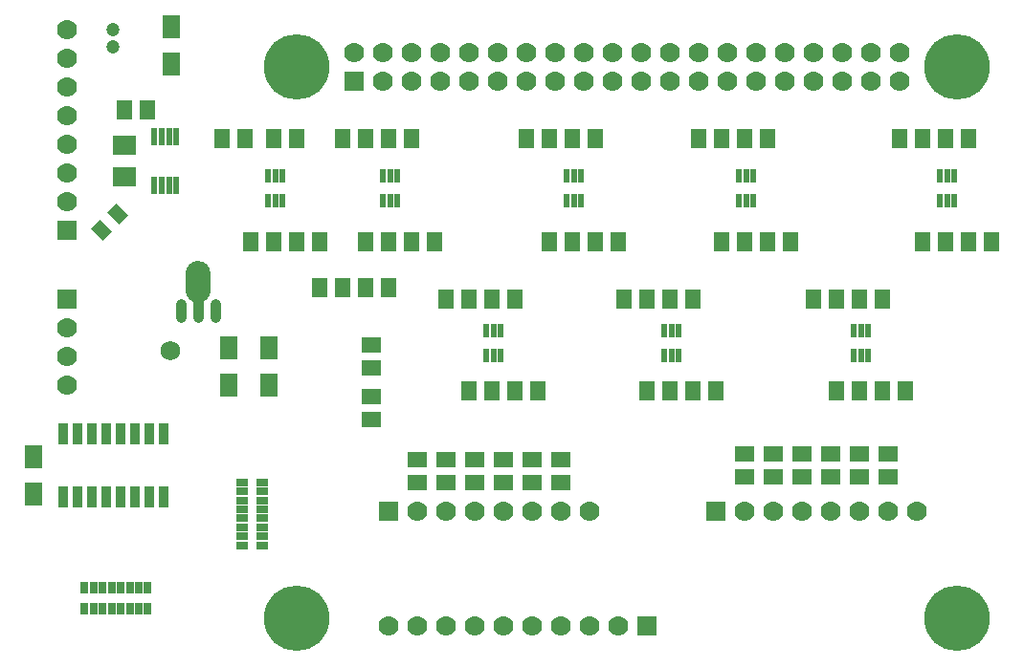
<source format=gts>
G04 ---------------------------- Layer name :TOP SOLDER LAYER*
G04 EasyEDA v5.8.20, Fri, 09 Nov 2018 02:12:10 GMT*
G04 afbeeaa0033d4c789317b0f66a149b2b*
G04 Gerber Generator version 0.2*
G04 Scale: 100 percent, Rotated: No, Reflected: No *
G04 Dimensions in inches *
G04 leading zeros omitted , absolute positions ,2 integer and 4 decimal *
%FSLAX24Y24*%
%MOIN*%
G90*
G70D02*

%ADD41C,0.086740*%
%ADD42C,0.035559*%
%ADD43R,0.070000X0.070000*%
%ADD44C,0.070000*%
%ADD45R,0.024535X0.047370*%
%ADD46R,0.053670X0.065870*%
%ADD47R,0.023748X0.061100*%
%ADD48R,0.078900X0.071000*%
%ADD49R,0.061500X0.079500*%
%ADD50C,0.047370*%
%ADD51R,0.065870X0.053670*%
%ADD52R,0.033600X0.076900*%
%ADD53R,0.039496X0.025717*%
%ADD54R,0.025717X0.039496*%
%ADD55C,0.228000*%
%ADD56C,0.068000*%

%LPD*%
G54D41*
G01X6350Y12688D02*
G01X6350Y13279D01*
G54D42*
G01X6350Y11763D02*
G01X6350Y12314D01*
G01X6940Y11763D02*
G01X6940Y12236D01*
G01X5759Y11763D02*
G01X5759Y12236D01*
G54D43*
G01X11800Y20000D03*
G54D44*
G01X11800Y21000D03*
G01X12800Y20000D03*
G01X12800Y21000D03*
G01X13800Y20000D03*
G01X13800Y21000D03*
G01X14800Y20000D03*
G01X14800Y21000D03*
G01X15800Y20000D03*
G01X15800Y21000D03*
G01X16800Y20000D03*
G01X16800Y21000D03*
G01X17800Y20000D03*
G01X17800Y21000D03*
G01X18800Y20000D03*
G01X18800Y21000D03*
G01X19800Y20000D03*
G01X19800Y21000D03*
G01X20800Y20000D03*
G01X20800Y21000D03*
G01X21800Y20000D03*
G01X21800Y21000D03*
G01X22800Y20000D03*
G01X22800Y21000D03*
G01X23800Y20000D03*
G01X23800Y21000D03*
G01X24800Y20000D03*
G01X24800Y21000D03*
G01X25800Y20000D03*
G01X25800Y21000D03*
G01X26800Y20000D03*
G01X26800Y21000D03*
G01X27800Y20000D03*
G01X27800Y21000D03*
G01X28800Y20000D03*
G01X28800Y21000D03*
G01X29800Y20000D03*
G01X29800Y21000D03*
G01X30800Y20000D03*
G01X30800Y21000D03*
G54D45*
G01X8789Y16680D03*
G01X9046Y16680D03*
G01X9302Y16680D03*
G01X9300Y15809D03*
G01X9043Y15809D03*
G01X8788Y15809D03*
G54D46*
G01X8000Y18000D03*
G01X7200Y18000D03*
G01X9800Y18000D03*
G01X9000Y18000D03*
G01X8200Y14400D03*
G01X9000Y14400D03*
G01X9800Y14400D03*
G01X10600Y14400D03*
G54D45*
G01X12789Y16680D03*
G01X13046Y16680D03*
G01X13302Y16680D03*
G01X13300Y15809D03*
G01X13043Y15809D03*
G01X12788Y15809D03*
G54D46*
G01X12200Y18000D03*
G01X11400Y18000D03*
G01X13800Y18000D03*
G01X13000Y18000D03*
G01X12200Y14400D03*
G01X13000Y14400D03*
G01X13800Y14400D03*
G01X14600Y14400D03*
G01X33200Y18000D03*
G01X32400Y18000D03*
G01X31600Y14400D03*
G01X32400Y14400D03*
G01X26200Y18000D03*
G01X25400Y18000D03*
G01X24600Y14400D03*
G01X25400Y14400D03*
G01X23600Y12400D03*
G01X22800Y12400D03*
G01X22000Y9200D03*
G01X22800Y9200D03*
G01X17400Y12400D03*
G01X16600Y12400D03*
G01X15800Y9200D03*
G01X16600Y9200D03*
G01X20200Y18000D03*
G01X19400Y18000D03*
G01X18600Y14400D03*
G01X19400Y14400D03*
G01X30200Y12400D03*
G01X29400Y12400D03*
G01X28600Y9200D03*
G01X29400Y9200D03*
G54D45*
G01X32189Y16680D03*
G01X32446Y16680D03*
G01X32702Y16680D03*
G01X32700Y15809D03*
G01X32443Y15809D03*
G01X32188Y15809D03*
G54D46*
G01X31600Y18000D03*
G01X30800Y18000D03*
G01X33200Y14400D03*
G01X34000Y14400D03*
G54D45*
G01X25189Y16680D03*
G01X25446Y16680D03*
G01X25702Y16680D03*
G01X25700Y15809D03*
G01X25443Y15809D03*
G01X25188Y15809D03*
G54D46*
G01X24600Y18000D03*
G01X23800Y18000D03*
G01X26200Y14400D03*
G01X27000Y14400D03*
G54D45*
G01X22589Y11280D03*
G01X22846Y11280D03*
G01X23102Y11280D03*
G01X23100Y10409D03*
G01X22843Y10409D03*
G01X22588Y10409D03*
G54D46*
G01X22000Y12400D03*
G01X21200Y12400D03*
G01X23600Y9200D03*
G01X24400Y9200D03*
G54D45*
G01X16389Y11280D03*
G01X16646Y11280D03*
G01X16902Y11280D03*
G01X16900Y10409D03*
G01X16643Y10409D03*
G01X16388Y10409D03*
G54D46*
G01X15800Y12400D03*
G01X15000Y12400D03*
G01X17400Y9200D03*
G01X18200Y9200D03*
G54D45*
G01X19189Y16680D03*
G01X19446Y16680D03*
G01X19702Y16680D03*
G01X19700Y15809D03*
G01X19443Y15809D03*
G01X19188Y15809D03*
G54D46*
G01X18600Y18000D03*
G01X17800Y18000D03*
G01X20200Y14400D03*
G01X21000Y14400D03*
G54D45*
G01X29189Y11280D03*
G01X29446Y11280D03*
G01X29702Y11280D03*
G01X29700Y10409D03*
G01X29443Y10409D03*
G01X29188Y10409D03*
G54D46*
G01X28600Y12400D03*
G01X27800Y12400D03*
G01X30200Y9200D03*
G01X31000Y9200D03*
G54D47*
G01X4826Y16355D03*
G01X4826Y18048D03*
G01X5082Y16354D03*
G01X5082Y18048D03*
G01X5338Y16355D03*
G01X5338Y18048D03*
G01X5594Y16354D03*
G01X5594Y18047D03*
G54D48*
G01X3800Y16650D03*
G01X3800Y17750D03*
G54D49*
G01X8810Y9399D03*
G01X8810Y10689D03*
G01X5410Y20599D03*
G01X5410Y21889D03*
G01X7410Y9399D03*
G01X7410Y10689D03*
G54D50*
G01X3400Y21200D03*
G01X3400Y21790D03*
G54D46*
G01X10600Y12800D03*
G01X11400Y12800D03*
G01X12200Y12800D03*
G01X13000Y12800D03*
G54D51*
G01X12400Y8200D03*
G01X12400Y9000D03*
G01X12400Y10000D03*
G01X12400Y10800D03*
G54D52*
G01X1650Y5497D03*
G01X2150Y5497D03*
G01X2650Y5497D03*
G01X3150Y5497D03*
G01X3650Y5497D03*
G01X4150Y5497D03*
G01X4650Y5497D03*
G01X5150Y5497D03*
G01X5150Y7701D03*
G01X4650Y7701D03*
G01X4150Y7701D03*
G01X3650Y7701D03*
G01X3150Y7701D03*
G01X2650Y7701D03*
G01X2150Y7701D03*
G01X1650Y7701D03*
G54D53*
G01X8599Y5999D03*
G01X8600Y5684D03*
G01X8600Y5369D03*
G01X8600Y5055D03*
G01X8600Y4740D03*
G01X8600Y4425D03*
G01X8600Y4110D03*
G01X8600Y3795D03*
G01X7891Y6000D03*
G01X7891Y5684D03*
G01X7891Y5369D03*
G01X7891Y5055D03*
G01X7891Y4740D03*
G01X7891Y4425D03*
G01X7891Y4110D03*
G01X7891Y3795D03*
G54D49*
G01X610Y5599D03*
G01X610Y6889D03*
G54D43*
G01X1800Y12400D03*
G54D44*
G01X1800Y11400D03*
G01X1800Y10400D03*
G01X1800Y9400D03*
G54D43*
G01X1800Y14800D03*
G54D44*
G01X1800Y15800D03*
G01X1800Y16800D03*
G01X1800Y17800D03*
G01X1800Y18800D03*
G01X1800Y19800D03*
G01X1800Y20800D03*
G01X1800Y21800D03*
G01X13000Y1000D03*
G01X14000Y1000D03*
G01X15000Y1000D03*
G01X16000Y1000D03*
G01X17000Y1000D03*
G01X18000Y1000D03*
G01X19000Y1000D03*
G01X20000Y1000D03*
G01X21000Y1000D03*
G54D43*
G01X22000Y1000D03*
G01X24400Y5000D03*
G54D44*
G01X25400Y5000D03*
G01X26400Y5000D03*
G01X27400Y5000D03*
G01X28400Y5000D03*
G01X29400Y5000D03*
G01X30400Y5000D03*
G01X31400Y5000D03*
G54D43*
G01X13000Y5000D03*
G54D44*
G01X14000Y5000D03*
G01X15000Y5000D03*
G01X16000Y5000D03*
G01X17000Y5000D03*
G01X18000Y5000D03*
G01X19000Y5000D03*
G01X20000Y5000D03*
G54D51*
G01X25400Y6200D03*
G01X25400Y7000D03*
G01X26400Y6200D03*
G01X26400Y7000D03*
G01X27400Y6200D03*
G01X27400Y7000D03*
G01X28400Y6200D03*
G01X28400Y7000D03*
G01X29400Y6200D03*
G01X29400Y7000D03*
G01X30400Y6200D03*
G01X30400Y7000D03*
G01X14000Y6000D03*
G01X14000Y6800D03*
G01X15000Y6000D03*
G01X15000Y6800D03*
G01X16000Y6000D03*
G01X16000Y6800D03*
G01X17000Y6000D03*
G01X17000Y6800D03*
G01X18000Y6000D03*
G01X18000Y6800D03*
G01X19000Y6000D03*
G01X19000Y6800D03*
G54D54*
G01X4599Y1600D03*
G01X4284Y1600D03*
G01X3970Y1600D03*
G01X3655Y1600D03*
G01X3340Y1600D03*
G01X3025Y1600D03*
G01X2710Y1600D03*
G01X2395Y1600D03*
G01X4600Y2308D03*
G01X4284Y2308D03*
G01X3970Y2308D03*
G01X3655Y2308D03*
G01X3340Y2308D03*
G01X3025Y2308D03*
G01X2710Y2308D03*
G01X2395Y2308D03*
G54D46*
G01X3800Y18999D03*
G01X4600Y18999D03*
G36*
G01X2634Y14843D02*
G01X2956Y15166D01*
G01X3366Y14756D01*
G01X3043Y14433D01*
G01X2634Y14843D01*
G37*
G36*
G01X3199Y15408D02*
G01X3522Y15731D01*
G01X3931Y15322D01*
G01X3608Y14999D01*
G01X3199Y15408D01*
G37*
G54D55*
G01X9800Y20500D03*
G01X32800Y20500D03*
G01X9800Y1250D03*
G01X32800Y1250D03*
G54D56*
G01X5400Y10600D03*
M00*
M02*

</source>
